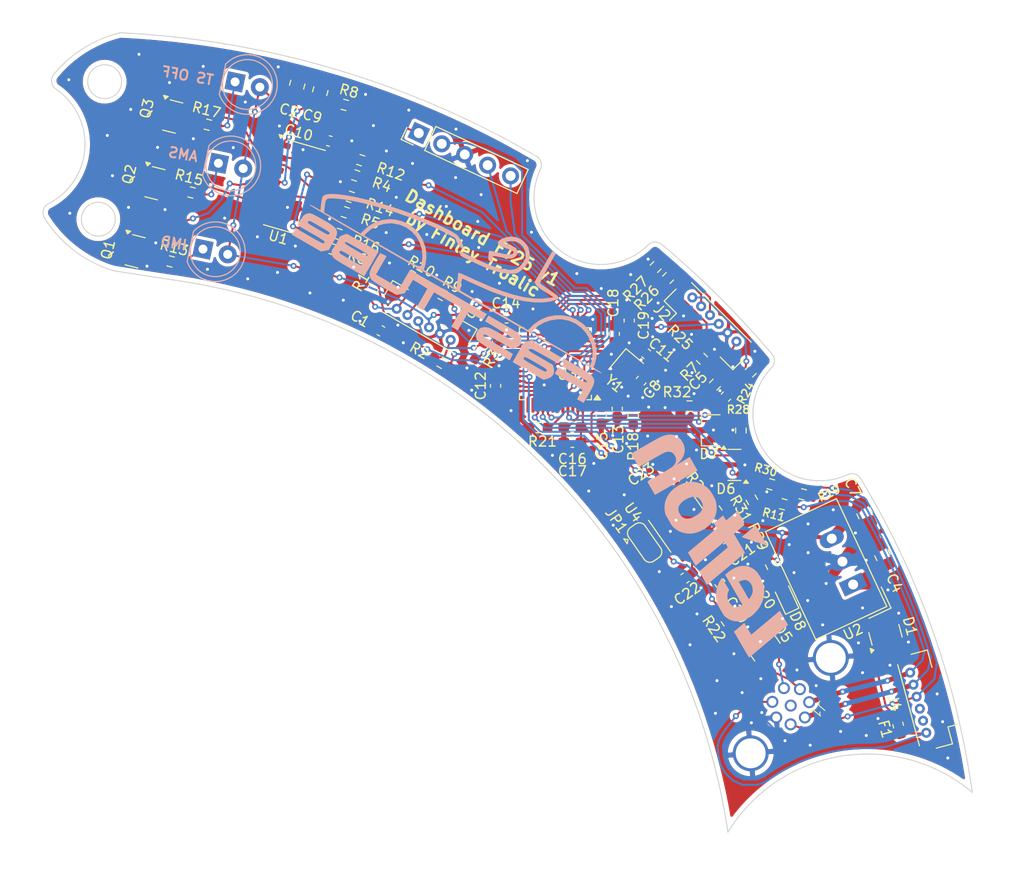
<source format=kicad_pcb>
(kicad_pcb
	(version 20240108)
	(generator "pcbnew")
	(generator_version "8.0")
	(general
		(thickness 1.6)
		(legacy_teardrops no)
	)
	(paper "A4")
	(layers
		(0 "F.Cu" signal)
		(31 "B.Cu" signal)
		(32 "B.Adhes" user "B.Adhesive")
		(33 "F.Adhes" user "F.Adhesive")
		(34 "B.Paste" user)
		(35 "F.Paste" user)
		(36 "B.SilkS" user "B.Silkscreen")
		(37 "F.SilkS" user "F.Silkscreen")
		(38 "B.Mask" user)
		(39 "F.Mask" user)
		(40 "Dwgs.User" user "User.Drawings")
		(41 "Cmts.User" user "User.Comments")
		(42 "Eco1.User" user "User.Eco1")
		(43 "Eco2.User" user "User.Eco2")
		(44 "Edge.Cuts" user)
		(45 "Margin" user)
		(46 "B.CrtYd" user "B.Courtyard")
		(47 "F.CrtYd" user "F.Courtyard")
		(48 "B.Fab" user)
		(49 "F.Fab" user)
		(50 "User.1" user)
		(51 "User.2" user)
		(52 "User.3" user)
		(53 "User.4" user)
		(54 "User.5" user)
		(55 "User.6" user)
		(56 "User.7" user)
		(57 "User.8" user)
		(58 "User.9" user)
	)
	(setup
		(pad_to_mask_clearance 0)
		(allow_soldermask_bridges_in_footprints no)
		(pcbplotparams
			(layerselection 0x00010fc_ffffffff)
			(plot_on_all_layers_selection 0x0000000_00000000)
			(disableapertmacros no)
			(usegerberextensions no)
			(usegerberattributes yes)
			(usegerberadvancedattributes yes)
			(creategerberjobfile yes)
			(dashed_line_dash_ratio 12.000000)
			(dashed_line_gap_ratio 3.000000)
			(svgprecision 4)
			(plotframeref no)
			(viasonmask no)
			(mode 1)
			(useauxorigin no)
			(hpglpennumber 1)
			(hpglpenspeed 20)
			(hpglpendiameter 15.000000)
			(pdf_front_fp_property_popups yes)
			(pdf_back_fp_property_popups yes)
			(dxfpolygonmode yes)
			(dxfimperialunits yes)
			(dxfusepcbnewfont yes)
			(psnegative no)
			(psa4output no)
			(plotreference yes)
			(plotvalue yes)
			(plotfptext yes)
			(plotinvisibletext no)
			(sketchpadsonfab no)
			(subtractmaskfromsilk no)
			(outputformat 1)
			(mirror no)
			(drillshape 0)
			(scaleselection 1)
			(outputdirectory "export/")
		)
	)
	(net 0 "")
	(net 1 "GND")
	(net 2 "Net-(U3-PF0)")
	(net 3 "Net-(U3-PF1)")
	(net 4 "+3.3V")
	(net 5 "/NRST")
	(net 6 "/CAN/Vref")
	(net 7 "/CANH")
	(net 8 "/CANL")
	(net 9 "Net-(D1-A)")
	(net 10 "Net-(JP1-C)")
	(net 11 "Net-(Q1-D)")
	(net 12 "Net-(Q1-G)")
	(net 13 "Net-(Q2-D)")
	(net 14 "Net-(Q2-G)")
	(net 15 "Net-(Q3-G)")
	(net 16 "Net-(U3-BOOT0)")
	(net 17 "Net-(U4-Rs)")
	(net 18 "+24V")
	(net 19 "unconnected-(U3-PA6-Pad16)")
	(net 20 "unconnected-(U3-PB2-Pad20)")
	(net 21 "/CAN/CAN_RX")
	(net 22 "unconnected-(U3-PC15-Pad4)")
	(net 23 "unconnected-(U3-PB14-Pad27)")
	(net 24 "/R2D_BTN")
	(net 25 "unconnected-(U3-PB7-Pad43)")
	(net 26 "/TS ON_BTN")
	(net 27 "Net-(Q3-D)")
	(net 28 "Net-(D2-K)")
	(net 29 "unconnected-(U3-PA15-Pad38)")
	(net 30 "/SWCLK")
	(net 31 "/SDC_In")
	(net 32 "Net-(D3-K)")
	(net 33 "/LEDs/IMD_LED")
	(net 34 "unconnected-(U3-PB12-Pad25)")
	(net 35 "/CAN/CAN_TX")
	(net 36 "unconnected-(U3-PC14-Pad3)")
	(net 37 "/LEDs/AMS_LED")
	(net 38 "/RaceMode_Out")
	(net 39 "Net-(D4-K)")
	(net 40 "unconnected-(U3-PA10-Pad31)")
	(net 41 "/LEDs/TSOFF_LED")
	(net 42 "unconnected-(J1-Pin_8-Pad8)")
	(net 43 "unconnected-(U3-PB9-Pad46)")
	(net 44 "unconnected-(U3-PA8-Pad29)")
	(net 45 "unconnected-(U3-PA9-Pad30)")
	(net 46 "/SWDIO")
	(net 47 "/SDC_Out")
	(net 48 "Net-(J2-Pin_2)")
	(net 49 "Net-(J2-Pin_3)")
	(net 50 "Net-(J2-Pin_6)")
	(net 51 "Net-(J2-Pin_1)")
	(net 52 "Net-(J3-Pin_4)")
	(net 53 "Net-(J3-Pin_6)")
	(net 54 "Net-(J3-Pin_1)")
	(net 55 "Net-(J3-Pin_5)")
	(net 56 "unconnected-(J4-Pin_2-Pad2)")
	(net 57 "unconnected-(J4-Pin_3-Pad3)")
	(net 58 "/TS ON_R")
	(net 59 "/TS ON_G")
	(net 60 "Net-(R12-Pad1)")
	(net 61 "Net-(R14-Pad1)")
	(net 62 "Net-(R16-Pad1)")
	(net 63 "/TS ON_B")
	(net 64 "/R2D_R")
	(net 65 "/R2D_G")
	(net 66 "/R2D_B")
	(net 67 "Net-(U1-Pad12)")
	(net 68 "unconnected-(U3-PB10-Pad21)")
	(net 69 "unconnected-(U3-PB13-Pad26)")
	(net 70 "unconnected-(U3-PB11-Pad22)")
	(net 71 "Net-(D8-A)")
	(net 72 "/LEDs/~{Power_on_test}")
	(net 73 "unconnected-(U3-PB6-Pad42)")
	(net 74 "/SDC_In_3V3")
	(net 75 "/SDC_Out_3V3")
	(net 76 "/RMode_Out_3V3")
	(net 77 "+24V_prot")
	(footprint "Capacitor_SMD:C_0805_2012Metric_Pad1.18x1.45mm_HandSolder" (layer "F.Cu") (at 158.2 100 -65))
	(footprint "Resistor_SMD:R_0603_1608Metric_Pad0.98x0.95mm_HandSolder" (layer "F.Cu") (at 138.5 76.4 45))
	(footprint "Resistor_SMD:R_0603_1608Metric_Pad0.98x0.95mm_HandSolder" (layer "F.Cu") (at 88.616745 74.738288 -14))
	(footprint "Resistor_SMD:R_0603_1608Metric_Pad0.98x0.95mm_HandSolder" (layer "F.Cu") (at 143.34 99.77 125))
	(footprint "Resistor_SMD:R_0603_1608Metric_Pad0.98x0.95mm_HandSolder" (layer "F.Cu") (at 135 90.2125 90))
	(footprint "Capacitor_SMD:C_0603_1608Metric_Pad1.08x0.95mm_HandSolder" (layer "F.Cu") (at 135.8 86.7 -130))
	(footprint "Capacitor_SMD:C_0603_1608Metric_Pad1.08x0.95mm_HandSolder" (layer "F.Cu") (at 140.19471 106.506519 35))
	(footprint "Dashboard:JST_GH_THT_1x06-1MP_P1.25mm_Vertical" (layer "F.Cu") (at 164.507096 122.25817 105))
	(footprint "Crystal:Crystal_SMD_2016-4Pin_2.0x1.6mm" (layer "F.Cu") (at 134.286051 85.261754 -130))
	(footprint "Resistor_SMD:R_0603_1608Metric_Pad0.98x0.95mm_HandSolder" (layer "F.Cu") (at 106.132246 69.801513 161))
	(footprint "Resistor_SMD:R_0603_1608Metric_Pad0.98x0.95mm_HandSolder" (layer "F.Cu") (at 115.9 78.1 150))
	(footprint "Resistor_SMD:R_0603_1608Metric_Pad0.98x0.95mm_HandSolder" (layer "F.Cu") (at 107.173379 66.107442 -19))
	(footprint "Resistor_SMD:R_0603_1608Metric_Pad0.98x0.95mm_HandSolder" (layer "F.Cu") (at 150.05 99.1 165))
	(footprint "LED_SMD:LED_0603_1608Metric_Pad1.05x0.95mm_HandSolder" (layer "F.Cu") (at 150.25 108.325 115))
	(footprint "Resistor_SMD:R_0603_1608Metric_Pad0.98x0.95mm_HandSolder" (layer "F.Cu") (at 119.6 83.7 60))
	(footprint "Dashboard:Phoenix_SACC-DSI-M8FS-8CON-M10" (layer "F.Cu") (at 150.8 119.3 -130))
	(footprint "Package_QFP:LQFP-48_7x7mm_P0.5mm" (layer "F.Cu") (at 127.2 85 180))
	(footprint "Dashboard:JST_GH_THT_1x06-1MP_P1.25mm_Vertical" (layer "F.Cu") (at 116.935336 82.685464 150))
	(footprint "Resistor_SMD:R_0603_1608Metric_Pad0.98x0.95mm_HandSolder" (layer "F.Cu") (at 146.9 98.65 120))
	(footprint "Resistor_SMD:R_0603_1608Metric_Pad0.98x0.95mm_HandSolder" (layer "F.Cu") (at 106.075 59.025 -15))
	(footprint "Capacitor_SMD:C_0603_1608Metric_Pad1.08x0.95mm_HandSolder" (layer "F.Cu") (at 122.3 80.4 180))
	(footprint "Capacitor_SMD:C_0805_2012Metric_Pad1.18x1.45mm_HandSolder" (layer "F.Cu") (at 160 104.2 115))
	(footprint "Capacitor_SMD:C_0603_1608Metric_Pad1.08x0.95mm_HandSolder" (layer "F.Cu") (at 137.001229 97.111809 35))
	(footprint "Resistor_SMD:R_0603_1608Metric_Pad0.98x0.95mm_HandSolder" (layer "F.Cu") (at 152 98.1 165))
	(footprint "Package_TO_SOT_SMD:SOT-23" (layer "F.Cu") (at 148.09471 113.406519 -55))
	(footprint "Resistor_SMD:R_0603_1608Metric_Pad0.98x0.95mm_HandSolder" (layer "F.Cu") (at 146.9 109.1 -55))
	(footprint "Resistor_SMD:R_0603_1608Metric_Pad0.98x0.95mm_HandSolder" (layer "F.Cu") (at 106.625 68.25 -19))
	(footprint "Package_TO_SOT_SMD:SOT-23" (layer "F.Cu") (at 145.15 95.15 180))
	(footprint "Capacitor_SMD:C_0603_1608Metric_Pad1.08x0.95mm_HandSolder" (layer "F.Cu") (at 133.4 89.5 -90))
	(footprint "Resistor_SMD:R_0603_1608Metric_Pad0.98x0.95mm_HandSolder" (layer "F.Cu") (at 107.675 64.575 -19))
	(footprint "Jumper:SolderJumper-3_P1.3mm_Open_RoundedPad1.0x1.5mm" (layer "F.Cu") (at 136.14906 102.941621 -55))
	(footprint "Resistor_SMD:R_0603_1608Metric_Pad0.98x0.95mm_HandSolder" (layer "F.Cu") (at 92.350348 61.013198 166))
	(footprint "Resistor_SMD:R_0603_1608Metric_Pad0.98x0.95mm_HandSolder" (layer "F.Cu") (at 140.65 89.25))
	(footprint "Resistor_SMD:R_0603_1608Metric_Pad0.98x0.95mm_HandSolder" (layer "F.Cu") (at 145.8 91.7 90))
	(footprint "Resistor_SMD:R_0603_1608Metric_Pad0.98x0.95mm_HandSolder" (layer "F.Cu") (at 115.8 84.9 150))
	(footprint "Capacitor_SMD:C_0603_1608Metric_Pad1.08x0.95mm_HandSolder" (layer "F.Cu") (at 121.2 87.2125 90))
	(footprint "Capacitor_SMD:C_0603_1608Metric_Pad1.08x0.95mm_HandSolder"
		(layer "F.Cu")
		(uuid "7ae7efaa-83e6-4226-8d4e-fada734399dc")
		(at 134.6 80.6625 90)
		(descr "Capacitor SMD 0603 (1608 Metric), square (rectangular) end terminal, IPC_7351 nominal with elongated pad for handsoldering. (Body size source: IPC-SM-782 page 76, https://www.pcb-3d.com/wordpress/wp-content/uploads/ipc-sm-782a_amendment_1_and_2.pdf), generated with kicad-footprint-generator")
		(tags "capacitor handsolder")
		(property "Reference" "C19"
			(at -0.4875 1.45 90)
			(layer "F.SilkS")
			(uuid "1672c4c4-2498-48b9-97fc-df8fb92d3988")
			(effects
				(font
					(size 1 1)
					(thickness 0.15)
				)
			)
		)
		(property "Value" "1uF"
			(at 0 1.43 90)
			(layer "F.Fab")
			(uuid "e399b199-8c91-498b-83fe-89dbfc5d1bc4")
			(effects
				(font
					(size 1 1)
					(thickness 0.15)
				)
			)
		)
		(property "Footprint" "Capacitor_SMD:C_0603_1608Metric_Pad1.08x0.95mm_HandSolder"
			(at 0 0 90)
			(unlocked yes)
			(layer "F.Fab")
			(hide yes)
			(uuid "96bb9d62-2dd1-47ff-bbe1-72146b31345f")
			(effects
				(font
					(size 1.27 1.27)
					(thickness 0.15)
				)
			)
		)
		(property "Datasheet" ""
			(at 0 0 90)
			(unlocked yes)
			(layer "F.Fab")
			(hide yes)
			(uuid "9a92c2b7-dc85-48a1-9770-afbc61485af2")
			(effects
				(font
					(size 1.27 1.27)
					(thickness 0.15)
				)
			)
		)
		(property "Description" ""
			(at 0 0 90)
			(unlocked yes)
			(layer "F.Fab")
			(hide yes)
			(uuid "2f7f597e-7c43-4340-a101-f9a973ba0cd2")
			(effects
				(font
					(size 1.27 1.27)
					(thickness 0.15)
				)
			)
		)
		(property ki_fp_filters "C_*")
		(path "/dbe62249-595c-4b50-a045-aa4f36385ba8")
		(sheetname "Root")
		(sheetfile "dashboard-FT25.kicad_sch")
		(attr smd)
		(fp_line
			(start -0.146267 -0.51)
			(end 0.146267 -0.51)
			(stroke
				(width 0.12)
				(type solid)
			)
			(layer "F.SilkS")
			(uuid "d61d0f09-2910-4d56-81ab-a29fd66811d8")
		)
		(fp_line
			(start -0.146267 0.51)
			(end 0.146267 0.51)
			(stroke
				(width 0.12)
				(type solid)
			)
			(layer "F.SilkS")
			(uuid "63fb39fe-7b7c-4d5c-9f32-a978648418d2")
		)
		(fp_line
			(start 1.65 -0.73)
			(end 1.65 0.73)
			(stroke
				(width 0.05)
				(type solid)
			)
			(layer "F.CrtYd")
			(uuid "75b73f3c-dfe5-49be-8f87-e131d971234c")
		)
		(fp_line
			(start -1.65 -0.73)
			(end 1.65 -0.73)
			(stroke
				(width 0.05)
				(type solid)
			)
			(layer "F.CrtYd")
			(uuid "eafdb8af-8e97-4fea-b059-3ace1d6c3c33")
		)
		(fp_line
			(start 1.65 0.73)
			(end -1.65 0.73)
			(stroke
				(width 0.05)
			
... [743109 chars truncated]
</source>
